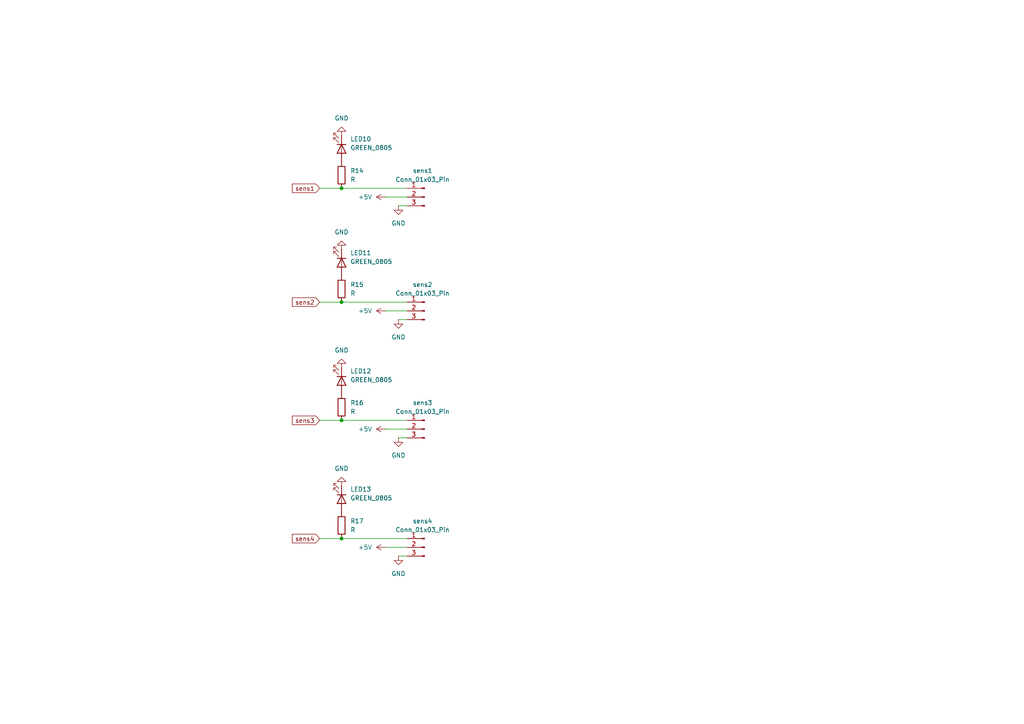
<source format=kicad_sch>
(kicad_sch (version 20231120) (generator "eeschema") (generator_version "8.0")
  (paper "A4")
  (lib_symbols
    (symbol "Connector:Conn_01x03_Pin" (pin_names (offset 1.016) hide)
      (property "Reference" "J" (at 0 5.08 0))
      (property "Value" "Conn_01x03_Pin" (at 0 -5.08 0))
      (symbol "Conn_01x03_Pin_1_1"
        (polyline (pts (xy 1.27 -2.54) (xy 0.8636 -2.54)) (stroke (width 0.1524)))
        (polyline (pts (xy 1.27 0) (xy 0.8636 0)) (stroke (width 0.1524)))
        (polyline (pts (xy 1.27 2.54) (xy 0.8636 2.54)) (stroke (width 0.1524)))
        (rectangle (start 0.8636 -2.413) (end 0 -2.667) (stroke (width 0.1524)) (fill (type outline)))
        (rectangle (start 0.8636 0.127) (end 0 -0.127) (stroke (width 0.1524)) (fill (type outline)))
        (rectangle (start 0.8636 2.667) (end 0 2.413) (stroke (width 0.1524)) (fill (type outline)))
        (pin passive line (at 5.08 2.54 180) (length 3.81) (name "Pin_1") (number "1"))
        (pin passive line (at 5.08 0 180) (length 3.81) (name "Pin_2") (number "2"))
        (pin passive line (at 5.08 -2.54 180) (length 3.81) (name "Pin_3") (number "3"))
      )
    )
    (symbol "Device:LED" (pin_numbers hide) (pin_names (offset 1.016) hide)
      (property "Reference" "D" (at 0 2.54 0))
      (property "Value" "LED" (at 0 -2.54 0))
      (symbol "LED_0_1"
        (polyline (pts (xy -1.27 -1.27) (xy -1.27 1.27)) (stroke (width 0.254)))
        (polyline (pts (xy -1.27 0) (xy 1.27 0)))
        (polyline (pts (xy 1.27 -1.27) (xy 1.27 1.27) (xy -1.27 0) (xy 1.27 -1.27)) (stroke (width 0.254)))
        (polyline (pts (xy -3.048 -0.762) (xy -4.572 -2.286) (xy -3.81 -2.286) (xy -4.572 -2.286) (xy -4.572 -1.524)))
        (polyline (pts (xy -1.778 -0.762) (xy -3.302 -2.286) (xy -2.54 -2.286) (xy -3.302 -2.286) (xy -3.302 -1.524)))
      )
      (symbol "LED_1_1"
        (pin passive line (at -3.81 0 0) (length 2.54) (name "K") (number "1"))
        (pin passive line (at 3.81 0 180) (length 2.54) (name "A") (number "2"))
      )
    )
    (symbol "Device:R" (pin_numbers hide) (pin_names (offset 0))
      (property "Reference" "R" (at 2.032 0 90))
      (property "Value" "R" (at 0 0 90))
      (symbol "R_0_1"
        (rectangle (start -1.016 -2.54) (end 1.016 2.54) (stroke (width 0.254)))
      )
      (symbol "R_1_1"
        (pin passive line (at 0 3.81 270) (length 1.27) (name "~") (number "1"))
        (pin passive line (at 0 -3.81 90) (length 1.27) (name "~") (number "2"))
      )
    )
    (symbol "power:+5V" (power) (pin_numbers hide) (pin_names (offset 0) hide)
      (property "Value" "+5V" (at 0 3.556 0))
      (symbol "+5V_0_1"
        (polyline (pts (xy -0.762 1.27) (xy 0 2.54)))
        (polyline (pts (xy 0 0) (xy 0 2.54)))
        (polyline (pts (xy 0 2.54) (xy 0.762 1.27)))
      )
      (symbol "+5V_1_1"
        (pin power_in line (at 0 0 90) (length 0) (name "~") (number "1"))
      )
    )
    (symbol "power:GND" (power) (pin_numbers hide) (pin_names (offset 0) hide)
      (property "Value" "GND" (at 0 -3.81 0))
      (symbol "GND_0_1"
        (polyline (pts (xy 0 0) (xy 0 -1.27) (xy 1.27 -1.27) (xy 0 -2.54) (xy -1.27 -1.27) (xy 0 -1.27)))
      )
      (symbol "GND_1_1"
        (pin power_in line (at 0 0 270) (length 0) (name "~") (number "1"))
      )
    )
  )
  (junction (at 99.06 54.61))
  (junction (at 99.06 156.21))
  (junction (at 99.06 87.63))
  (junction (at 99.06 121.92))
  (wire (pts (xy 92.71 121.92) (xy 99.06 121.92)))
  (wire (pts (xy 111.76 158.75) (xy 118.11 158.75)))
  (wire (pts (xy 92.71 156.21) (xy 99.06 156.21)))
  (wire (pts (xy 99.06 121.92) (xy 118.11 121.92)))
  (wire (pts (xy 115.57 161.29) (xy 118.11 161.29)))
  (wire (pts (xy 92.71 87.63) (xy 99.06 87.63)))
  (wire (pts (xy 115.57 92.71) (xy 118.11 92.71)))
  (wire (pts (xy 99.06 156.21) (xy 118.11 156.21)))
  (wire (pts (xy 99.06 54.61) (xy 118.11 54.61)))
  (wire (pts (xy 111.76 90.17) (xy 118.11 90.17)))
  (wire (pts (xy 115.57 59.69) (xy 118.11 59.69)))
  (wire (pts (xy 111.76 57.15) (xy 118.11 57.15)))
  (wire (pts (xy 115.57 127) (xy 118.11 127)))
  (wire (pts (xy 92.71 54.61) (xy 99.06 54.61)))
  (wire (pts (xy 99.06 87.63) (xy 118.11 87.63)))
  (wire (pts (xy 111.76 124.46) (xy 118.11 124.46)))
  (global_label "sens2" (shape input) (at 92.71 87.63 180) (property "Intersheetrefs" "${INTERSHEET_REFS}" (effects (hide yes))))
  (global_label "sens3" (shape input) (at 92.71 121.92 180) (property "Intersheetrefs" "${INTERSHEET_REFS}" (effects (hide yes))))
  (global_label "sens4" (shape input) (at 92.71 156.21 180) (property "Intersheetrefs" "${INTERSHEET_REFS}" (effects (hide yes))))
  (global_label "sens1" (shape input) (at 92.71 54.61 180) (property "Intersheetrefs" "${INTERSHEET_REFS}" (effects (hide yes))))
  (symbol (lib_id "power:+5V") (at 111.76 158.75 90) (unit 1)
    (property "Reference" "#PWR064" (effects (hide yes)))
    (property "Value" "+5V" (at 107.95 158.7499 90) (effects (justify left)))
    (property "Description" "Power symbol creates a global label with name \"+5V\"" (effects (hide yes)))
  )
  (symbol (lib_id "power:+5V") (at 111.76 124.46 90) (unit 1)
    (property "Reference" "#PWR063" (effects (hide yes)))
    (property "Value" "+5V" (at 107.95 124.4599 90) (effects (justify left)))
    (property "Description" "Power symbol creates a global label with name \"+5V\"" (effects (hide yes)))
  )
  (symbol (lib_id "power:GND") (at 99.06 140.97 180) (unit 1)
    (property "Reference" "#PWR060" (effects (hide yes)))
    (property "Value" "GND" (at 99.06 135.89 0))
    (property "Description" "Power symbol creates a global label with name \"GND\" , ground" (effects (hide yes)))
  )
  (symbol (lib_id "Connector:Conn_01x03_Pin") (at 123.19 124.46 0) (mirror y) (unit 1)
    (property "Reference" "sens3" (at 122.555 116.84 0))
    (property "Value" "Conn_01x03_Pin" (at 122.555 119.38 0))
    (property "Footprint" "Connector_JST:JST_XH_S3B-XH-A_1x03_P2.50mm_Horizontal" (effects (hide yes)))
    (property "Description" "Generic connector, single row, 01x03, script generated" (effects (hide yes)))
  )
  (symbol (lib_id "power:GND") (at 115.57 127 0) (unit 1)
    (property "Reference" "#PWR067" (effects (hide yes)))
    (property "Value" "GND" (at 115.57 132.08 0))
    (property "Description" "Power symbol creates a global label with name \"GND\" , ground" (effects (hide yes)))
  )
  (symbol (lib_id "Device:LED") (at 99.06 43.18 270) (unit 1)
    (property "Reference" "LED10" (at 101.6 40.3224 90) (effects (justify left)))
    (property "Value" "GREEN_0805" (at 101.6 42.8624 90) (effects (justify left)))
    (property "Footprint" "LED_SMD:LED_0805_2012Metric_Pad1.15x1.40mm_HandSolder" (effects (hide yes)))
    (property "Description" "Light emitting diode" (effects (hide yes)))
  )
  (symbol (lib_id "power:GND") (at 115.57 161.29 0) (unit 1)
    (property "Reference" "#PWR068" (effects (hide yes)))
    (property "Value" "GND" (at 115.57 166.37 0))
    (property "Description" "Power symbol creates a global label with name \"GND\" , ground" (effects (hide yes)))
  )
  (symbol (lib_id "Connector:Conn_01x03_Pin") (at 123.19 57.15 0) (mirror y) (unit 1)
    (property "Reference" "sens1" (at 122.555 49.53 0))
    (property "Value" "Conn_01x03_Pin" (at 122.555 52.07 0))
    (property "Footprint" "Connector_JST:JST_XH_S3B-XH-A_1x03_P2.50mm_Horizontal" (effects (hide yes)))
    (property "Description" "Generic connector, single row, 01x03, script generated" (effects (hide yes)))
  )
  (symbol (lib_id "power:+5V") (at 111.76 57.15 90) (unit 1)
    (property "Reference" "#PWR061" (effects (hide yes)))
    (property "Value" "+5V" (at 107.95 57.1499 90) (effects (justify left)))
    (property "Description" "Power symbol creates a global label with name \"+5V\"" (effects (hide yes)))
  )
  (symbol (lib_id "power:GND") (at 115.57 92.71 0) (unit 1)
    (property "Reference" "#PWR066" (effects (hide yes)))
    (property "Value" "GND" (at 115.57 97.79 0))
    (property "Description" "Power symbol creates a global label with name \"GND\" , ground" (effects (hide yes)))
  )
  (symbol (lib_id "power:+5V") (at 111.76 90.17 90) (unit 1)
    (property "Reference" "#PWR062" (effects (hide yes)))
    (property "Value" "+5V" (at 107.95 90.1699 90) (effects (justify left)))
    (property "Description" "Power symbol creates a global label with name \"+5V\"" (effects (hide yes)))
  )
  (symbol (lib_id "Device:R") (at 99.06 118.11 0) (unit 1)
    (property "Reference" "R16" (at 101.6 116.8399 0) (effects (justify left)))
    (property "Value" "R" (at 101.6 119.3799 0) (effects (justify left)))
    (property "Footprint" "Resistor_SMD:R_0805_2012Metric_Pad1.20x1.40mm_HandSolder" (effects (hide yes)))
    (property "Description" "Resistor" (effects (hide yes)))
  )
  (symbol (lib_id "Connector:Conn_01x03_Pin") (at 123.19 158.75 0) (mirror y) (unit 1)
    (property "Reference" "sens4" (at 122.555 151.13 0))
    (property "Value" "Conn_01x03_Pin" (at 122.555 153.67 0))
    (property "Footprint" "Connector_JST:JST_XH_S3B-XH-A_1x03_P2.50mm_Horizontal" (effects (hide yes)))
    (property "Description" "Generic connector, single row, 01x03, script generated" (effects (hide yes)))
  )
  (symbol (lib_id "power:GND") (at 115.57 59.69 0) (unit 1)
    (property "Reference" "#PWR065" (effects (hide yes)))
    (property "Value" "GND" (at 115.57 64.77 0))
    (property "Description" "Power symbol creates a global label with name \"GND\" , ground" (effects (hide yes)))
  )
  (symbol (lib_id "Connector:Conn_01x03_Pin") (at 123.19 90.17 0) (mirror y) (unit 1)
    (property "Reference" "sens2" (at 122.555 82.55 0))
    (property "Value" "Conn_01x03_Pin" (at 122.555 85.09 0))
    (property "Footprint" "Connector_JST:JST_XH_S3B-XH-A_1x03_P2.50mm_Horizontal" (effects (hide yes)))
    (property "Description" "Generic connector, single row, 01x03, script generated" (effects (hide yes)))
  )
  (symbol (lib_id "power:GND") (at 99.06 72.39 180) (unit 1)
    (property "Reference" "#PWR058" (effects (hide yes)))
    (property "Value" "GND" (at 99.06 67.31 0))
    (property "Description" "Power symbol creates a global label with name \"GND\" , ground" (effects (hide yes)))
  )
  (symbol (lib_id "Device:LED") (at 99.06 76.2 270) (unit 1)
    (property "Reference" "LED11" (at 101.6 73.3424 90) (effects (justify left)))
    (property "Value" "GREEN_0805" (at 101.6 75.8824 90) (effects (justify left)))
    (property "Footprint" "LED_SMD:LED_0805_2012Metric_Pad1.15x1.40mm_HandSolder" (effects (hide yes)))
    (property "Description" "Light emitting diode" (effects (hide yes)))
  )
  (symbol (lib_id "Device:R") (at 99.06 152.4 0) (unit 1)
    (property "Reference" "R17" (at 101.6 151.1299 0) (effects (justify left)))
    (property "Value" "R" (at 101.6 153.6699 0) (effects (justify left)))
    (property "Footprint" "Resistor_SMD:R_0805_2012Metric_Pad1.20x1.40mm_HandSolder" (effects (hide yes)))
    (property "Description" "Resistor" (effects (hide yes)))
  )
  (symbol (lib_id "Device:R") (at 99.06 50.8 0) (unit 1)
    (property "Reference" "R14" (at 101.6 49.5299 0) (effects (justify left)))
    (property "Value" "R" (at 101.6 52.0699 0) (effects (justify left)))
    (property "Footprint" "Resistor_SMD:R_0805_2012Metric_Pad1.20x1.40mm_HandSolder" (effects (hide yes)))
    (property "Description" "Resistor" (effects (hide yes)))
  )
  (symbol (lib_id "Device:LED") (at 99.06 110.49 270) (unit 1)
    (property "Reference" "LED12" (at 101.6 107.6324 90) (effects (justify left)))
    (property "Value" "GREEN_0805" (at 101.6 110.1724 90) (effects (justify left)))
    (property "Footprint" "LED_SMD:LED_0805_2012Metric_Pad1.15x1.40mm_HandSolder" (effects (hide yes)))
    (property "Description" "Light emitting diode" (effects (hide yes)))
  )
  (symbol (lib_id "Device:LED") (at 99.06 144.78 270) (unit 1)
    (property "Reference" "LED13" (at 101.6 141.9224 90) (effects (justify left)))
    (property "Value" "GREEN_0805" (at 101.6 144.4624 90) (effects (justify left)))
    (property "Footprint" "LED_SMD:LED_0805_2012Metric_Pad1.15x1.40mm_HandSolder" (effects (hide yes)))
    (property "Description" "Light emitting diode" (effects (hide yes)))
  )
  (symbol (lib_id "power:GND") (at 99.06 106.68 180) (unit 1)
    (property "Reference" "#PWR059" (effects (hide yes)))
    (property "Value" "GND" (at 99.06 101.6 0))
    (property "Description" "Power symbol creates a global label with name \"GND\" , ground" (effects (hide yes)))
  )
  (symbol (lib_id "Device:R") (at 99.06 83.82 0) (unit 1)
    (property "Reference" "R15" (at 101.6 82.5499 0) (effects (justify left)))
    (property "Value" "R" (at 101.6 85.0899 0) (effects (justify left)))
    (property "Footprint" "Resistor_SMD:R_0805_2012Metric_Pad1.20x1.40mm_HandSolder" (effects (hide yes)))
    (property "Description" "Resistor" (effects (hide yes)))
  )
  (symbol (lib_id "power:GND") (at 99.06 39.37 180) (unit 1)
    (property "Reference" "#PWR057" (effects (hide yes)))
    (property "Value" "GND" (at 99.06 34.29 0))
    (property "Description" "Power symbol creates a global label with name \"GND\" , ground" (effects (hide yes)))
  )
)
</source>
